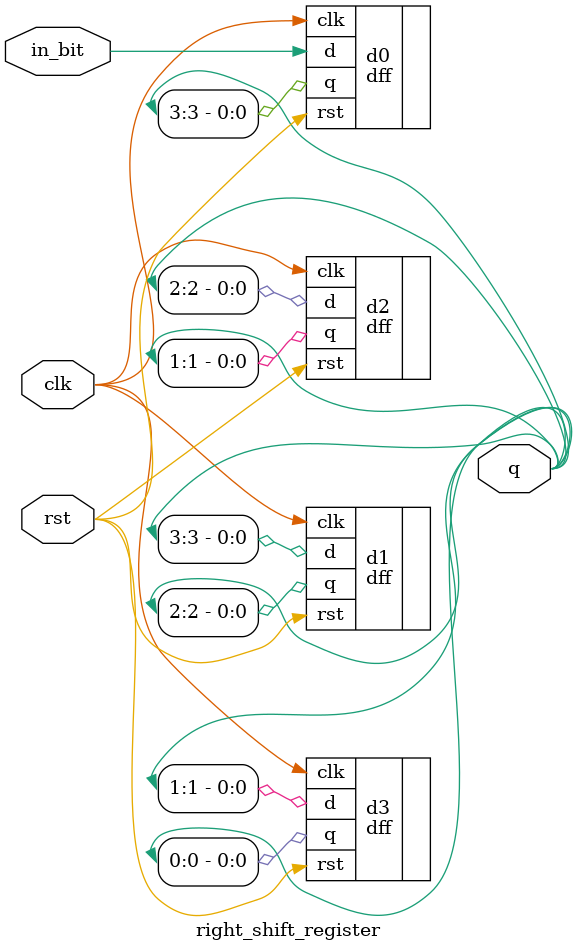
<source format=v>
`timescale 1ns / 1ps
module right_shift_register(input clk,
                            input rst,
                            input in_bit,
                            output [3:0] q
                                );

dff d0(.d(in_bit), .clk(clk), .rst(rst), .q(q[3]));
dff d1(.d(q[3]), .clk(clk), .rst(rst), .q(q[2]));
dff d2(.d(q[2]), .clk(clk), .rst(rst), .q(q[1]));
dff d3(.d(q[1]), .clk(clk), .rst(rst), .q(q[0]));

endmodule


</source>
